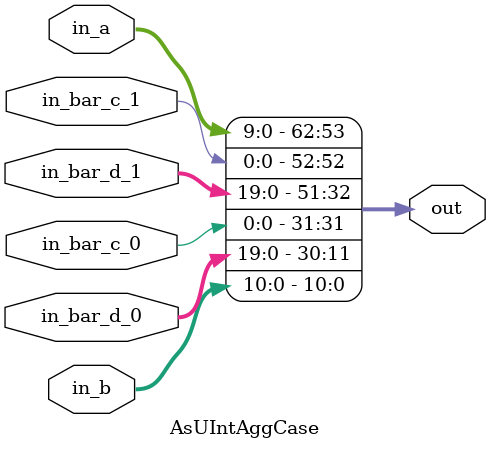
<source format=v>
module AsUIntAggCase (
  input  [9:0]  in_a,
  input         in_bar_c_0,
  input  [19:0] in_bar_d_0,
  input         in_bar_c_1,
  input  [19:0] in_bar_d_1,
  input  [10:0] in_b,
  output [62:0] out
);
  assign out = {in_a, in_bar_c_1, in_bar_d_1, in_bar_c_0, in_bar_d_0, in_b};
endmodule

</source>
